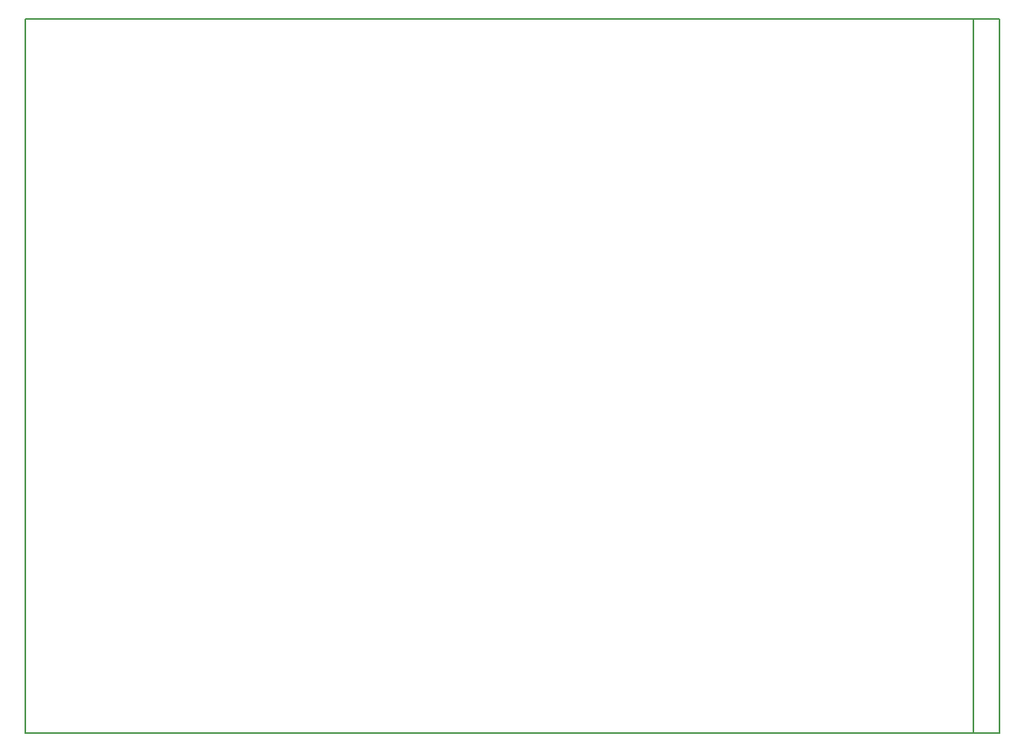
<source format=gbr>
G04 #@! TF.FileFunction,Legend,Top*
%FSLAX46Y46*%
G04 Gerber Fmt 4.6, Leading zero omitted, Abs format (unit mm)*
G04 Created by KiCad (PCBNEW 4.0.4-stable) date 01/29/18 12:07:19*
%MOMM*%
%LPD*%
G01*
G04 APERTURE LIST*
%ADD10C,0.100000*%
%ADD11C,0.200000*%
G04 APERTURE END LIST*
D10*
D11*
X117729000Y-90043000D02*
X115062000Y-90043000D01*
X117729000Y-13462000D02*
X117729000Y-90043000D01*
X114935000Y-13462000D02*
X117729000Y-13462000D01*
X13462000Y-13462000D02*
X114935000Y-13462000D01*
X114935000Y-90043000D02*
X13462000Y-90043000D01*
X114935000Y-13462000D02*
X114935000Y-90043000D01*
X13462000Y-13462000D02*
X13462000Y-90043000D01*
M02*

</source>
